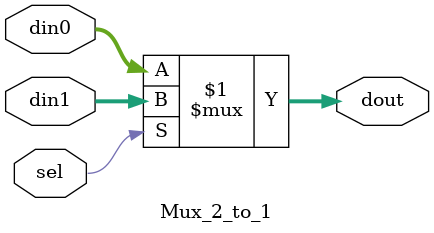
<source format=v>
module ProgramCounter (
  input [7:0] addi,
  input clk,
  input rst,
  input we,
  output reg [7:0] addo
);

always @(posedge clk or negedge rst) begin
    if (~rst) begin
       addo <= 8'h0;
    end
    else if(we) begin
      addo <= addi;
    end
    $display("address: %d", addo);
end

endmodule

// Branch control
module BranchCntrl (
  input [1:0] ZN,
  input [3:0] op,
  input brx,
  output lr_we,
  output [1:0] pc_sec,
  output is_branch
);

assign  lr_we = (op == 4'hb) ? 1'b1 : 1'b0; //BR.SUB
assign  pc_sec = (op == 4'hc) ? 2'b10 : //RETURN
                 ((op == 4'h9) || //BR
                  (op == 4'hb) || //BR.SUB
                  ({op, brx, ZN[1]} == 6'b101001) || //BR.Z
                  ({op, brx, ZN[0]} == 6'b101011)) ? 2'b01 : 2'b00; //BR.N

assign  is_branch = (lr_we || pc_sec) ? 1'b1 : 1'b0;

endmodule

module ExtOutCntrl (
    input [7:0] ra, 
    input [3:0] op,
    input clk,
    output reg [7:0] out = 8'h0
);

always @(negedge clk) begin 
  if (op == 4'b0110) begin
    $display("out put: %h", ra);
    out <= ra;
  end
end
endmodule

// Write back control
module WBCntrl (
  input [7:0] alu,
  input [7:0] mem,
  input [3:0] op,
  output [7:0] wbdata,
  output rfwe
);
assign rfwe = ( (op ==  4'h1) || // ADD
                (op ==  4'h2) || // SUB
                (op ==  4'h3) || // NAND
                (op ==  4'h4) || // SHL
                (op ==  4'h5) || // SHR
                (op ==  4'h7) || // IN
                (op ==  4'h8) || // MOV
                (op ==  4'hd) || // LOAD
                (op ==  4'hf) ) ? 1'b1 : 1'b0; // LOADIMM
assign wbdata = (op == 4'hd) ? mem : alu; // LOAD
endmodule

module BubbleCntrl (
   input [7:0] ins_ahead,
   input [7:0] ins_follow,
   input clk,
   output reg pc_en
);

function is_read_ra(input [3:0] op);
  begin
    is_read_ra = (op == 4'h1 || //ADD
                  op == 4'h2 || //SUB
                  op == 4'h3 || //NAND
                  op == 4'h4 || //SHL
                  op == 4'h5 || //SHR
                  op == 4'h6 || //OUT
                  op == 4'he) ? 1'b1 : 1'b0;   //STORE
  end
endfunction 

function is_read_rb (input [3:0] op);
  begin
    is_read_rb = (op == 4'h1 || //ADD
                  op == 4'h2 || //SUB
                  op == 4'h3 || //NAND
                  op == 4'h8) ? 1'b1 : 1'b0; //MOV
  end
endfunction

// Load followed by another instruction
always @(negedge clk) begin 
  if ( ins_ahead[7:4] == 4'hd && (is_read_ra(ins_follow[7:4]) && ins_ahead[3:2] == ins_follow[3:2]) ) begin
        pc_en <= 1'b0; // Bubble inserted, PC stall
        $display("%h, %h", ins_ahead, ins_follow);
        $display("1Bubble inserted!");
  end
  else if (ins_ahead[7:4] == 4'hd && (is_read_rb(ins_follow[7:4]) && ins_ahead[3:2] == ins_follow[1:0])) begin
        pc_en <= 1'b0; // Bubble inserted, PC stall
        $display("%h, %h", ins_ahead, ins_follow);
        $display("2Bubble inserted!");
  end
  else begin
    pc_en <= 1'b1;
  end
end
endmodule

module DMWriteCntrl ( 
  input [3:0] op,
  output dm_en
);
assign dm_en = (op === 4'he) ? 1'b1 : 1'b0; // STORE
endmodule

// Handle EXE to EXE forwarding
module ForwardCntrl (
  input [15:0] exeout_ahead,
  input [15:0] dmout_ahead,
  input [15:0] ins_follow,
  input [7:0] ra,
  input [7:0] rb,
  input [7:0] alu_result,
  input [7:0] dm_mem_out,
  input [7:0] dm_alu_out,
  output [7:0] rao,
  output [7:0] rbo
);

function  is_write_ra (input [3:0] op); 
  is_write_ra =  (op == 4'h1 ||
                  op == 4'h2 ||
                  op == 4'h3 ||
                  op == 4'h4 ||
                  op == 4'h5 ||
                  op == 4'h7 ||
                  op == 4'h8 ||
                  op == 4'hf) ? 1'b1 : 1'b0;
endfunction

function  is_read_ra (input [3:0] op); 
  is_read_ra = (op == 4'h1 ||
                op == 4'h2 ||
                op == 4'h3 ||
                op == 4'h4 ||
                op == 4'h5 ||
                op == 4'h6 || 
                op == 4'he) ? 1'b1 : 1'b0;
endfunction

function  is_read_rb (input [3:0] op); 
  is_read_rb = (op == 4'h1 ||
                op == 4'h2 ||
                op == 4'h3 ||
                op == 4'h8) ? 1'b1 : 1'b0;
endfunction

function is_load (input [3:0] op );
  is_load = (op == 4'hd) ? 1'b1 : 1'b0;
endfunction

assign rao = (is_load(dmout_ahead[7:4]) && is_read_ra(ins_follow[7:4]) && (dmout_ahead[3:2] == ins_follow[3:2])) ? dm_mem_out : 
             (is_write_ra(exeout_ahead[7:4]) && is_read_ra(ins_follow[7:4]) && (exeout_ahead[3:2] == ins_follow[3:2])) ? alu_result : 
             (is_write_ra(dmout_ahead[7:4]) && is_read_ra(ins_follow[7:4]) && (dmout_ahead[3:2] == ins_follow[3:2])) ? dm_alu_out : ra;

assign rbo = (is_load(dmout_ahead[7:4]) && is_read_rb(ins_follow[7:4]) && (dmout_ahead[3:2] == ins_follow[1:0])) ? dm_mem_out :
             (is_write_ra(exeout_ahead[7:4]) && is_read_rb(ins_follow[7:4]) && (exeout_ahead[3:2] == ins_follow[1:0])) ? alu_result :
             (is_write_ra(dmout_ahead[7:4]) && is_read_rb(ins_follow[7:4]) && (dmout_ahead[3:2] == ins_follow[1:0])) ? dm_alu_out : rb;
endmodule

// Multiplexor of 3 -> 1
module Mux_3_to_1 (
  input [7:0] in0,
  input [7:0] in1,
  input [7:0] in2, 
  input [1:0] sel,
  output [7:0] dout
);

assign dout = (sel == 2'b00) ? in0 : 
              (sel == 2'b01) ? in1 : in2;       
endmodule

// Two to One Multiplexor
module Mux_2_to_1(
  input sel, // Selection input
  input [7:0] din0, // Input 0
  input [7:0] din1, // Input 1
  output [7:0] dout // Output
);
assign dout = sel ? din1 : din0;
endmodule
</source>
